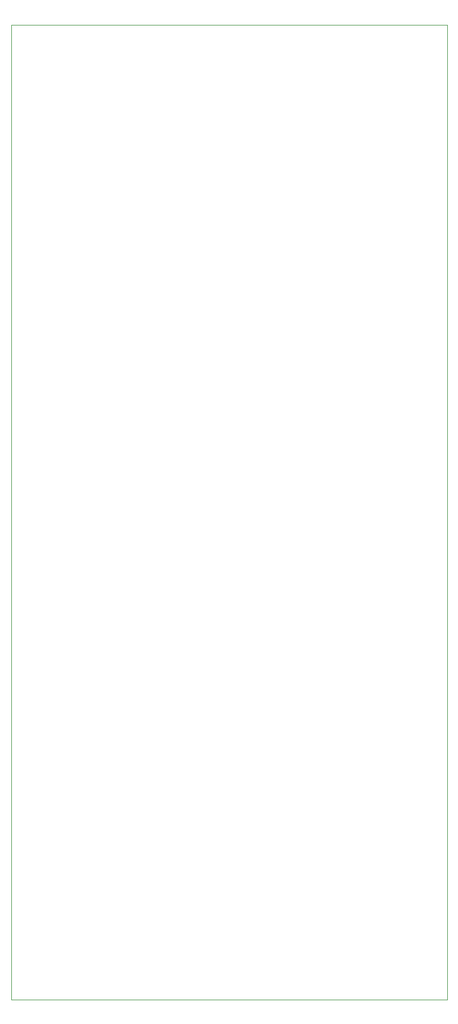
<source format=gbr>
%TF.GenerationSoftware,KiCad,Pcbnew,(6.0.4)*%
%TF.CreationDate,2022-07-27T20:52:42-04:00*%
%TF.ProjectId,pcb,7063622e-6b69-4636-9164-5f7063625858,rev?*%
%TF.SameCoordinates,Original*%
%TF.FileFunction,Profile,NP*%
%FSLAX46Y46*%
G04 Gerber Fmt 4.6, Leading zero omitted, Abs format (unit mm)*
G04 Created by KiCad (PCBNEW (6.0.4)) date 2022-07-27 20:52:42*
%MOMM*%
%LPD*%
G01*
G04 APERTURE LIST*
%TA.AperFunction,Profile*%
%ADD10C,0.050000*%
%TD*%
G04 APERTURE END LIST*
D10*
X118110000Y-164592000D02*
X52832000Y-164592000D01*
X52832000Y-164592000D02*
X52832000Y-18796000D01*
X52832000Y-18796000D02*
X118110000Y-18796000D01*
X118110000Y-18796000D02*
X118110000Y-164592000D01*
M02*

</source>
